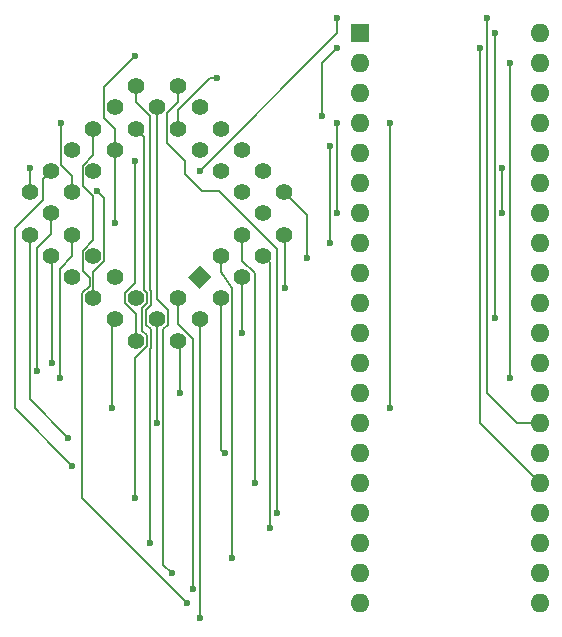
<source format=gbr>
G04 #@! TF.GenerationSoftware,KiCad,Pcbnew,(5.1.2-1)-1*
G04 #@! TF.CreationDate,2019-05-24T20:07:40+01:00*
G04 #@! TF.ProjectId,8840A_CPU,38383430-415f-4435-9055-2e6b69636164,rev?*
G04 #@! TF.SameCoordinates,Original*
G04 #@! TF.FileFunction,Copper,L2,Bot*
G04 #@! TF.FilePolarity,Positive*
%FSLAX46Y46*%
G04 Gerber Fmt 4.6, Leading zero omitted, Abs format (unit mm)*
G04 Created by KiCad (PCBNEW (5.1.2-1)-1) date 2019-05-24 20:07:40*
%MOMM*%
%LPD*%
G04 APERTURE LIST*
%ADD10R,1.600000X1.600000*%
%ADD11O,1.600000X1.600000*%
%ADD12C,1.397000*%
%ADD13C,0.100000*%
%ADD14C,0.600000*%
%ADD15C,0.203200*%
G04 APERTURE END LIST*
D10*
X132080000Y-59055000D03*
D11*
X147320000Y-107315000D03*
X132080000Y-61595000D03*
X147320000Y-104775000D03*
X132080000Y-64135000D03*
X147320000Y-102235000D03*
X132080000Y-66675000D03*
X147320000Y-99695000D03*
X132080000Y-69215000D03*
X147320000Y-97155000D03*
X132080000Y-71755000D03*
X147320000Y-94615000D03*
X132080000Y-74295000D03*
X147320000Y-92075000D03*
X132080000Y-76835000D03*
X147320000Y-89535000D03*
X132080000Y-79375000D03*
X147320000Y-86995000D03*
X132080000Y-81915000D03*
X147320000Y-84455000D03*
X132080000Y-84455000D03*
X147320000Y-81915000D03*
X132080000Y-86995000D03*
X147320000Y-79375000D03*
X132080000Y-89535000D03*
X147320000Y-76835000D03*
X132080000Y-92075000D03*
X147320000Y-74295000D03*
X132080000Y-94615000D03*
X147320000Y-71755000D03*
X132080000Y-97155000D03*
X147320000Y-69215000D03*
X132080000Y-99695000D03*
X147320000Y-66675000D03*
X132080000Y-102235000D03*
X147320000Y-64135000D03*
X132080000Y-104775000D03*
X147320000Y-61595000D03*
X132080000Y-107315000D03*
X147320000Y-59055000D03*
D12*
X118527102Y-79683154D03*
D13*
G36*
X119514930Y-79683154D02*
G01*
X118527102Y-80670982D01*
X117539274Y-79683154D01*
X118527102Y-78695326D01*
X119514930Y-79683154D01*
X119514930Y-79683154D01*
G37*
D12*
X122119205Y-79683154D03*
X120323154Y-77887102D03*
X123915256Y-77887102D03*
X122119205Y-76091051D03*
X125711307Y-76091051D03*
X125711307Y-72498949D03*
X123915256Y-74295000D03*
X123915256Y-70702898D03*
X122119205Y-72498949D03*
X122119205Y-68906846D03*
X120323154Y-70702898D03*
X120323154Y-67110795D03*
X118527102Y-68906846D03*
X118527102Y-65314744D03*
X116731051Y-67110795D03*
X116731051Y-63518693D03*
X113138949Y-63518693D03*
X114935000Y-65314744D03*
X111342898Y-65314744D03*
X113138949Y-67110795D03*
X109546846Y-67110795D03*
X111342898Y-68906846D03*
X107750795Y-68906846D03*
X109546846Y-70702898D03*
X105954744Y-70702898D03*
X107750795Y-72498949D03*
X104158693Y-72498949D03*
X104158693Y-76091051D03*
X105954744Y-74295000D03*
X105954744Y-77887102D03*
X107750795Y-76091051D03*
X107750795Y-79683154D03*
X109546846Y-77887102D03*
X109546846Y-81479205D03*
X111342898Y-79683154D03*
X111342898Y-83275256D03*
X113138949Y-81479205D03*
X113138949Y-85071307D03*
X116731051Y-85071307D03*
X114935000Y-83275256D03*
X118527102Y-83275256D03*
X116731051Y-81479205D03*
X120323154Y-81479205D03*
D14*
X113030000Y-60960000D03*
X111342898Y-75083613D03*
X118541311Y-108575325D03*
X106823694Y-66675000D03*
X117998492Y-106071866D03*
X104140000Y-70485000D03*
X121285000Y-103505000D03*
X134620000Y-66675000D03*
X134620000Y-90805000D03*
X111125000Y-90805000D03*
X124460000Y-100965000D03*
X113030000Y-69850000D03*
X128905000Y-66040000D03*
X130175000Y-60325000D03*
X142240000Y-60325000D03*
X109855000Y-72390000D03*
X113030000Y-98425000D03*
X130175000Y-74295000D03*
X130175000Y-66675000D03*
X118525871Y-70702898D03*
X130175000Y-57785000D03*
X142875000Y-57785000D03*
X129540000Y-76835000D03*
X129540000Y-68580000D03*
X107708601Y-95643601D03*
X106680000Y-88265000D03*
X106045000Y-86995000D03*
X122112218Y-84457634D03*
X125730000Y-80645000D03*
X104775000Y-87630000D03*
X127635000Y-78105000D03*
X116840000Y-89535000D03*
X114935000Y-92075000D03*
X144145000Y-74295000D03*
X144145000Y-70485000D03*
X120650000Y-94615000D03*
X123190000Y-97155000D03*
X125095000Y-99695000D03*
X114300000Y-102235000D03*
X120015000Y-62865000D03*
X116205000Y-104775000D03*
X144780000Y-61595000D03*
X144780000Y-88265000D03*
X107388785Y-93271215D03*
X117475000Y-107315000D03*
X143510000Y-59055000D03*
X143510000Y-83185000D03*
D15*
X110415797Y-66226741D02*
X111342898Y-67153842D01*
X111342898Y-67153842D02*
X111342898Y-68906846D01*
X110415797Y-63574203D02*
X113030000Y-60960000D01*
X110415797Y-66226741D02*
X110415797Y-63574203D01*
X111342898Y-68906846D02*
X111342898Y-75083613D01*
X118527102Y-83602102D02*
X118745000Y-83820000D01*
X118527102Y-83275256D02*
X118527102Y-83602102D01*
X118527102Y-83275256D02*
X118527102Y-108166469D01*
X118527102Y-108561116D02*
X118541311Y-108575325D01*
X118541311Y-108180678D02*
X118527102Y-108166469D01*
X118541311Y-108575325D02*
X118541311Y-108180678D01*
X107750795Y-71126839D02*
X107750795Y-72498949D01*
X106823694Y-70199738D02*
X107750795Y-71126839D01*
X106823694Y-66675000D02*
X106823694Y-70199738D01*
X117998492Y-84966638D02*
X117998492Y-105647602D01*
X116731051Y-83699197D02*
X117998492Y-84966638D01*
X116731051Y-81479205D02*
X116731051Y-83699197D01*
X117998492Y-105647602D02*
X117998492Y-106071866D01*
X104140000Y-72480256D02*
X104158693Y-72498949D01*
X104140000Y-70485000D02*
X104140000Y-72480256D01*
X120323154Y-79259213D02*
X120323154Y-77887102D01*
X121285000Y-80645000D02*
X120323154Y-79259213D01*
X121285000Y-103505000D02*
X121285000Y-80645000D01*
X134620000Y-66675000D02*
X134620000Y-90805000D01*
X111125000Y-83493154D02*
X111342898Y-83275256D01*
X111125000Y-90805000D02*
X111125000Y-83493154D01*
X124460000Y-78431846D02*
X123915256Y-77887102D01*
X124460000Y-100965000D02*
X124460000Y-78431846D01*
X113138949Y-82851315D02*
X113138949Y-85071307D01*
X112211848Y-81924214D02*
X113138949Y-82851315D01*
X112211848Y-81034196D02*
X112211848Y-81924214D01*
X113030000Y-69850000D02*
X113030000Y-80216044D01*
X113030000Y-80216044D02*
X112211848Y-81034196D01*
X128905000Y-61595000D02*
X130175000Y-60325000D01*
X128905000Y-66040000D02*
X128905000Y-61595000D01*
X142240000Y-92075000D02*
X147320000Y-97155000D01*
X142240000Y-60325000D02*
X142240000Y-92075000D01*
X109855000Y-72390000D02*
X110473947Y-73008947D01*
X109546846Y-79259212D02*
X109546846Y-81479205D01*
X110473947Y-73008947D02*
X110473947Y-78332111D01*
X110473947Y-78332111D02*
X109546846Y-79259212D01*
X113665000Y-82325264D02*
X114066050Y-81924214D01*
X114066050Y-85516316D02*
X114066050Y-84626298D01*
X113030000Y-97790000D02*
X113030000Y-86552366D01*
X114066050Y-84626298D02*
X113665000Y-84225248D01*
X113837448Y-80805594D02*
X113837448Y-67809294D01*
X114066050Y-81924214D02*
X114066050Y-81034196D01*
X113665000Y-84225248D02*
X113665000Y-82325264D01*
X114066050Y-81034196D02*
X113837448Y-80805594D01*
X113030000Y-86552366D02*
X114066050Y-85516316D01*
X113837448Y-67809294D02*
X113138949Y-67110795D01*
X113030000Y-98425000D02*
X113030000Y-97790000D01*
X130175000Y-74295000D02*
X130175000Y-66675000D01*
X130175000Y-59053769D02*
X130175000Y-57785000D01*
X118525871Y-70702898D02*
X130175000Y-59053769D01*
X145415000Y-92075000D02*
X147320000Y-92075000D01*
X142875000Y-89535000D02*
X145415000Y-92075000D01*
X142875000Y-57785000D02*
X142875000Y-89535000D01*
X129540000Y-76835000D02*
X129540000Y-68580000D01*
X105256245Y-71401397D02*
X105256245Y-73178755D01*
X105954744Y-70702898D02*
X105256245Y-71401397D01*
X105256245Y-73178755D02*
X102870000Y-75565000D01*
X102870000Y-75565000D02*
X102870000Y-90805000D01*
X102870000Y-90805000D02*
X107708601Y-95643601D01*
X107750795Y-77927592D02*
X106691565Y-78986822D01*
X106691565Y-78986822D02*
X106680000Y-88265000D01*
X107750795Y-76091051D02*
X107750795Y-77927592D01*
X106045000Y-77977358D02*
X105954744Y-77887102D01*
X106045000Y-86995000D02*
X106045000Y-77977358D01*
X122119205Y-84450647D02*
X122112218Y-84457634D01*
X122119205Y-79683154D02*
X122119205Y-84450647D01*
X125730000Y-76109744D02*
X125711307Y-76091051D01*
X125730000Y-80645000D02*
X125730000Y-76109744D01*
X105954744Y-74295000D02*
X105954744Y-76071048D01*
X104775000Y-77250792D02*
X104775000Y-87630000D01*
X105954744Y-76071048D02*
X104775000Y-77250792D01*
X127635000Y-74422642D02*
X125711307Y-72498949D01*
X127635000Y-78105000D02*
X127635000Y-74422642D01*
X116840000Y-85180256D02*
X116731051Y-85071307D01*
X116840000Y-89535000D02*
X116840000Y-85180256D01*
X114935000Y-92075000D02*
X114935000Y-83275256D01*
X144145000Y-74295000D02*
X144145000Y-70485000D01*
X120323154Y-94288154D02*
X120650000Y-94615000D01*
X120323154Y-81479205D02*
X120323154Y-94288154D01*
X123190000Y-79381839D02*
X123190000Y-97155000D01*
X122119205Y-78311044D02*
X123190000Y-79381839D01*
X122119205Y-76091051D02*
X122119205Y-78311044D01*
X116731051Y-64890803D02*
X116731051Y-63518693D01*
X115803950Y-65817904D02*
X116731051Y-64890803D01*
X115803950Y-68346050D02*
X115803950Y-65817904D01*
X115803950Y-68346050D02*
X117291847Y-69833947D01*
X117291847Y-69833947D02*
X117291847Y-70936847D01*
X117291847Y-70936847D02*
X118745000Y-72390000D01*
X118745000Y-72390000D02*
X120213983Y-72390000D01*
X120213983Y-72390000D02*
X125095000Y-77271017D01*
X125095000Y-77271017D02*
X125095000Y-99695000D01*
X114300000Y-102235000D02*
X114300000Y-85749354D01*
X114300000Y-66051854D02*
X113138949Y-64890803D01*
X113138949Y-64890803D02*
X113138949Y-63518693D01*
X114300000Y-85749354D02*
X114396261Y-85653093D01*
X114396261Y-80897419D02*
X114300000Y-80801158D01*
X114007899Y-83720265D02*
X114007899Y-82449353D01*
X114396261Y-84108627D02*
X114007899Y-83720265D01*
X114396261Y-82060991D02*
X114396261Y-80897419D01*
X114396261Y-85653093D02*
X114396261Y-84108627D01*
X114007899Y-82449353D02*
X114396261Y-82060991D01*
X114300000Y-80801158D02*
X114300000Y-66051854D01*
X116731051Y-67110795D02*
X116731051Y-65513949D01*
X119380000Y-62865000D02*
X120015000Y-62865000D01*
X116731051Y-65513949D02*
X119380000Y-62865000D01*
X115473739Y-84108627D02*
X115862101Y-83720265D01*
X115473739Y-104043739D02*
X115473739Y-84108627D01*
X114935000Y-81522252D02*
X114935000Y-65314744D01*
X115862101Y-83720265D02*
X115862101Y-82449353D01*
X116205000Y-104775000D02*
X115473739Y-104043739D01*
X115862101Y-82449353D02*
X114935000Y-81522252D01*
X144780000Y-61595000D02*
X144780000Y-88265000D01*
X104158693Y-90041123D02*
X107388785Y-93271215D01*
X104158693Y-76091051D02*
X104158693Y-90041123D01*
X109216635Y-79776884D02*
X109216635Y-80437306D01*
X108619745Y-70257889D02*
X108619745Y-71937075D01*
X108619745Y-77442093D02*
X108619745Y-79179994D01*
X109546846Y-69330788D02*
X108619745Y-70257889D01*
X109524789Y-72842119D02*
X109524789Y-76537049D01*
X109216635Y-80437306D02*
X108585000Y-81068941D01*
X108619745Y-79179994D02*
X109216635Y-79776884D01*
X109524789Y-76537049D02*
X108619745Y-77442093D01*
X108619745Y-71937075D02*
X109524789Y-72842119D01*
X109546846Y-67110795D02*
X109546846Y-69330788D01*
X108585000Y-98425000D02*
X117475000Y-107315000D01*
X108585000Y-81068941D02*
X108585000Y-98425000D01*
X143510000Y-59055000D02*
X143510000Y-83185000D01*
M02*

</source>
